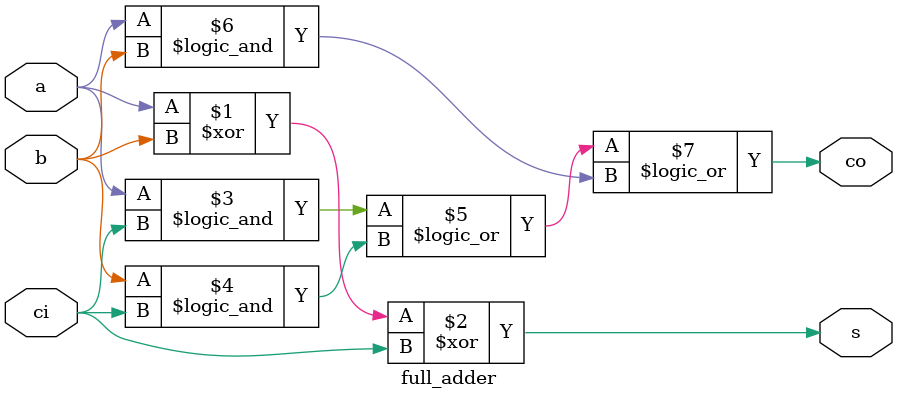
<source format=v>
`timescale 1ns / 1ps
module full_adder(input a,input b,input ci,output s,output co);
	assign s = a^b^ci;//s=a XOR b XOR ci
	assign co = (a&&ci)||(b&&ci)||(a&&b);//co=aci+bci+ab
endmodule
</source>
